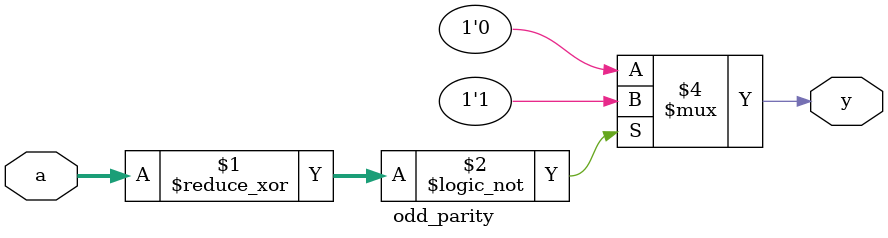
<source format=v>
`timescale 1ns / 1ps

module odd_parity(input [3:0]a,
                  output y);
                  
    //assign y= ~(^a);
    assign y=~(^a ==0)? 1'b0: 1'b1;           

endmodule

</source>
